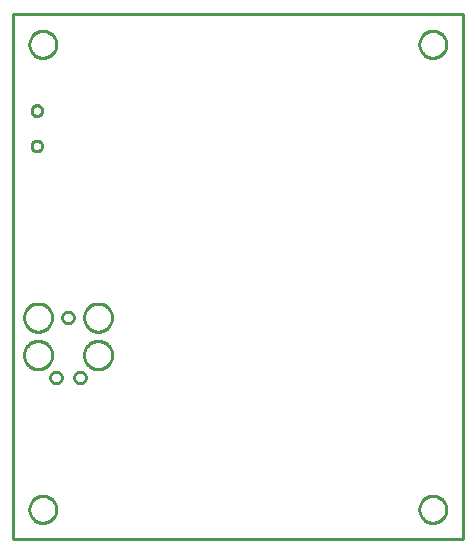
<source format=gbr>
G04 EAGLE Gerber RS-274X export*
G75*
%MOMM*%
%FSLAX34Y34*%
%LPD*%
%IN*%
%IPPOS*%
%AMOC8*
5,1,8,0,0,1.08239X$1,22.5*%
G01*
%ADD10C,0.254000*%


D10*
X0Y0D02*
X381000Y0D01*
X381000Y444500D01*
X0Y444500D01*
X0Y0D01*
X36830Y24951D02*
X36760Y24056D01*
X36619Y23168D01*
X36409Y22295D01*
X36132Y21441D01*
X35788Y20611D01*
X35380Y19811D01*
X34911Y19045D01*
X34383Y18318D01*
X33800Y17635D01*
X33165Y17000D01*
X32482Y16417D01*
X31755Y15889D01*
X30989Y15420D01*
X30189Y15012D01*
X29359Y14668D01*
X28505Y14391D01*
X27632Y14181D01*
X26745Y14040D01*
X25849Y13970D01*
X24951Y13970D01*
X24056Y14040D01*
X23168Y14181D01*
X22295Y14391D01*
X21441Y14668D01*
X20611Y15012D01*
X19811Y15420D01*
X19045Y15889D01*
X18318Y16417D01*
X17635Y17000D01*
X17000Y17635D01*
X16417Y18318D01*
X15889Y19045D01*
X15420Y19811D01*
X15012Y20611D01*
X14668Y21441D01*
X14391Y22295D01*
X14181Y23168D01*
X14040Y24056D01*
X13970Y24951D01*
X13970Y25849D01*
X14040Y26745D01*
X14181Y27632D01*
X14391Y28505D01*
X14668Y29359D01*
X15012Y30189D01*
X15420Y30989D01*
X15889Y31755D01*
X16417Y32482D01*
X17000Y33165D01*
X17635Y33800D01*
X18318Y34383D01*
X19045Y34911D01*
X19811Y35380D01*
X20611Y35788D01*
X21441Y36132D01*
X22295Y36409D01*
X23168Y36619D01*
X24056Y36760D01*
X24951Y36830D01*
X25849Y36830D01*
X26745Y36760D01*
X27632Y36619D01*
X28505Y36409D01*
X29359Y36132D01*
X30189Y35788D01*
X30989Y35380D01*
X31755Y34911D01*
X32482Y34383D01*
X33165Y33800D01*
X33800Y33165D01*
X34383Y32482D01*
X34911Y31755D01*
X35380Y30989D01*
X35788Y30189D01*
X36132Y29359D01*
X36409Y28505D01*
X36619Y27632D01*
X36760Y26745D01*
X36830Y25849D01*
X36830Y24951D01*
X367030Y24951D02*
X366960Y24056D01*
X366819Y23168D01*
X366609Y22295D01*
X366332Y21441D01*
X365988Y20611D01*
X365580Y19811D01*
X365111Y19045D01*
X364583Y18318D01*
X364000Y17635D01*
X363365Y17000D01*
X362682Y16417D01*
X361955Y15889D01*
X361189Y15420D01*
X360389Y15012D01*
X359559Y14668D01*
X358705Y14391D01*
X357832Y14181D01*
X356945Y14040D01*
X356049Y13970D01*
X355151Y13970D01*
X354256Y14040D01*
X353368Y14181D01*
X352495Y14391D01*
X351641Y14668D01*
X350811Y15012D01*
X350011Y15420D01*
X349245Y15889D01*
X348518Y16417D01*
X347835Y17000D01*
X347200Y17635D01*
X346617Y18318D01*
X346089Y19045D01*
X345620Y19811D01*
X345212Y20611D01*
X344868Y21441D01*
X344591Y22295D01*
X344381Y23168D01*
X344240Y24056D01*
X344170Y24951D01*
X344170Y25849D01*
X344240Y26745D01*
X344381Y27632D01*
X344591Y28505D01*
X344868Y29359D01*
X345212Y30189D01*
X345620Y30989D01*
X346089Y31755D01*
X346617Y32482D01*
X347200Y33165D01*
X347835Y33800D01*
X348518Y34383D01*
X349245Y34911D01*
X350011Y35380D01*
X350811Y35788D01*
X351641Y36132D01*
X352495Y36409D01*
X353368Y36619D01*
X354256Y36760D01*
X355151Y36830D01*
X356049Y36830D01*
X356945Y36760D01*
X357832Y36619D01*
X358705Y36409D01*
X359559Y36132D01*
X360389Y35788D01*
X361189Y35380D01*
X361955Y34911D01*
X362682Y34383D01*
X363365Y33800D01*
X364000Y33165D01*
X364583Y32482D01*
X365111Y31755D01*
X365580Y30989D01*
X365988Y30189D01*
X366332Y29359D01*
X366609Y28505D01*
X366819Y27632D01*
X366960Y26745D01*
X367030Y25849D01*
X367030Y24951D01*
X367030Y418651D02*
X366960Y417756D01*
X366819Y416868D01*
X366609Y415995D01*
X366332Y415141D01*
X365988Y414311D01*
X365580Y413511D01*
X365111Y412745D01*
X364583Y412018D01*
X364000Y411335D01*
X363365Y410700D01*
X362682Y410117D01*
X361955Y409589D01*
X361189Y409120D01*
X360389Y408712D01*
X359559Y408368D01*
X358705Y408091D01*
X357832Y407881D01*
X356945Y407740D01*
X356049Y407670D01*
X355151Y407670D01*
X354256Y407740D01*
X353368Y407881D01*
X352495Y408091D01*
X351641Y408368D01*
X350811Y408712D01*
X350011Y409120D01*
X349245Y409589D01*
X348518Y410117D01*
X347835Y410700D01*
X347200Y411335D01*
X346617Y412018D01*
X346089Y412745D01*
X345620Y413511D01*
X345212Y414311D01*
X344868Y415141D01*
X344591Y415995D01*
X344381Y416868D01*
X344240Y417756D01*
X344170Y418651D01*
X344170Y419549D01*
X344240Y420445D01*
X344381Y421332D01*
X344591Y422205D01*
X344868Y423059D01*
X345212Y423889D01*
X345620Y424689D01*
X346089Y425455D01*
X346617Y426182D01*
X347200Y426865D01*
X347835Y427500D01*
X348518Y428083D01*
X349245Y428611D01*
X350011Y429080D01*
X350811Y429488D01*
X351641Y429832D01*
X352495Y430109D01*
X353368Y430319D01*
X354256Y430460D01*
X355151Y430530D01*
X356049Y430530D01*
X356945Y430460D01*
X357832Y430319D01*
X358705Y430109D01*
X359559Y429832D01*
X360389Y429488D01*
X361189Y429080D01*
X361955Y428611D01*
X362682Y428083D01*
X363365Y427500D01*
X364000Y426865D01*
X364583Y426182D01*
X365111Y425455D01*
X365580Y424689D01*
X365988Y423889D01*
X366332Y423059D01*
X366609Y422205D01*
X366819Y421332D01*
X366960Y420445D01*
X367030Y419549D01*
X367030Y418651D01*
X36830Y418651D02*
X36760Y417756D01*
X36619Y416868D01*
X36409Y415995D01*
X36132Y415141D01*
X35788Y414311D01*
X35380Y413511D01*
X34911Y412745D01*
X34383Y412018D01*
X33800Y411335D01*
X33165Y410700D01*
X32482Y410117D01*
X31755Y409589D01*
X30989Y409120D01*
X30189Y408712D01*
X29359Y408368D01*
X28505Y408091D01*
X27632Y407881D01*
X26745Y407740D01*
X25849Y407670D01*
X24951Y407670D01*
X24056Y407740D01*
X23168Y407881D01*
X22295Y408091D01*
X21441Y408368D01*
X20611Y408712D01*
X19811Y409120D01*
X19045Y409589D01*
X18318Y410117D01*
X17635Y410700D01*
X17000Y411335D01*
X16417Y412018D01*
X15889Y412745D01*
X15420Y413511D01*
X15012Y414311D01*
X14668Y415141D01*
X14391Y415995D01*
X14181Y416868D01*
X14040Y417756D01*
X13970Y418651D01*
X13970Y419549D01*
X14040Y420445D01*
X14181Y421332D01*
X14391Y422205D01*
X14668Y423059D01*
X15012Y423889D01*
X15420Y424689D01*
X15889Y425455D01*
X16417Y426182D01*
X17000Y426865D01*
X17635Y427500D01*
X18318Y428083D01*
X19045Y428611D01*
X19811Y429080D01*
X20611Y429488D01*
X21441Y429832D01*
X22295Y430109D01*
X23168Y430319D01*
X24056Y430460D01*
X24951Y430530D01*
X25849Y430530D01*
X26745Y430460D01*
X27632Y430319D01*
X28505Y430109D01*
X29359Y429832D01*
X30189Y429488D01*
X30989Y429080D01*
X31755Y428611D01*
X32482Y428083D01*
X33165Y427500D01*
X33800Y426865D01*
X34383Y426182D01*
X34911Y425455D01*
X35380Y424689D01*
X35788Y423889D01*
X36132Y423059D01*
X36409Y422205D01*
X36619Y421332D01*
X36760Y420445D01*
X36830Y419549D01*
X36830Y418651D01*
X46458Y182753D02*
X45905Y182815D01*
X45363Y182939D01*
X44838Y183123D01*
X44336Y183364D01*
X43865Y183660D01*
X43430Y184007D01*
X43037Y184400D01*
X42690Y184835D01*
X42394Y185306D01*
X42153Y185808D01*
X41969Y186333D01*
X41845Y186875D01*
X41783Y187428D01*
X41783Y187984D01*
X41845Y188537D01*
X41969Y189079D01*
X42153Y189604D01*
X42394Y190106D01*
X42690Y190577D01*
X43037Y191012D01*
X43430Y191405D01*
X43865Y191752D01*
X44336Y192048D01*
X44838Y192289D01*
X45363Y192473D01*
X45905Y192597D01*
X46458Y192659D01*
X47014Y192659D01*
X47567Y192597D01*
X48109Y192473D01*
X48634Y192289D01*
X49136Y192048D01*
X49607Y191752D01*
X50042Y191405D01*
X50435Y191012D01*
X50782Y190577D01*
X51078Y190106D01*
X51319Y189604D01*
X51503Y189079D01*
X51627Y188537D01*
X51689Y187984D01*
X51689Y187428D01*
X51627Y186875D01*
X51503Y186333D01*
X51319Y185808D01*
X51078Y185306D01*
X50782Y184835D01*
X50435Y184400D01*
X50042Y184007D01*
X49607Y183660D01*
X49136Y183364D01*
X48634Y183123D01*
X48109Y182939D01*
X47567Y182815D01*
X47014Y182753D01*
X46458Y182753D01*
X56608Y131953D02*
X56055Y132015D01*
X55513Y132139D01*
X54988Y132323D01*
X54486Y132564D01*
X54015Y132860D01*
X53580Y133207D01*
X53187Y133600D01*
X52840Y134035D01*
X52544Y134506D01*
X52303Y135008D01*
X52119Y135533D01*
X51995Y136075D01*
X51933Y136628D01*
X51933Y137184D01*
X51995Y137737D01*
X52119Y138279D01*
X52303Y138804D01*
X52544Y139306D01*
X52840Y139777D01*
X53187Y140212D01*
X53580Y140605D01*
X54015Y140952D01*
X54486Y141248D01*
X54988Y141489D01*
X55513Y141673D01*
X56055Y141797D01*
X56608Y141859D01*
X57164Y141859D01*
X57717Y141797D01*
X58259Y141673D01*
X58784Y141489D01*
X59286Y141248D01*
X59757Y140952D01*
X60192Y140605D01*
X60585Y140212D01*
X60932Y139777D01*
X61228Y139306D01*
X61469Y138804D01*
X61653Y138279D01*
X61777Y137737D01*
X61839Y137184D01*
X61839Y136628D01*
X61777Y136075D01*
X61653Y135533D01*
X61469Y135008D01*
X61228Y134506D01*
X60932Y134035D01*
X60585Y133600D01*
X60192Y133207D01*
X59757Y132860D01*
X59286Y132564D01*
X58784Y132323D01*
X58259Y132139D01*
X57717Y132015D01*
X57164Y131953D01*
X56608Y131953D01*
X36308Y131953D02*
X35755Y132015D01*
X35213Y132139D01*
X34688Y132323D01*
X34186Y132564D01*
X33715Y132860D01*
X33280Y133207D01*
X32887Y133600D01*
X32540Y134035D01*
X32244Y134506D01*
X32003Y135008D01*
X31819Y135533D01*
X31695Y136075D01*
X31633Y136628D01*
X31633Y137184D01*
X31695Y137737D01*
X31819Y138279D01*
X32003Y138804D01*
X32244Y139306D01*
X32540Y139777D01*
X32887Y140212D01*
X33280Y140605D01*
X33715Y140952D01*
X34186Y141248D01*
X34688Y141489D01*
X35213Y141673D01*
X35755Y141797D01*
X36308Y141859D01*
X36864Y141859D01*
X37417Y141797D01*
X37959Y141673D01*
X38484Y141489D01*
X38986Y141248D01*
X39457Y140952D01*
X39892Y140605D01*
X40285Y140212D01*
X40632Y139777D01*
X40928Y139306D01*
X41169Y138804D01*
X41353Y138279D01*
X41477Y137737D01*
X41539Y137184D01*
X41539Y136628D01*
X41477Y136075D01*
X41353Y135533D01*
X41169Y135008D01*
X40928Y134506D01*
X40632Y134035D01*
X40285Y133600D01*
X39892Y133207D01*
X39457Y132860D01*
X38986Y132564D01*
X38484Y132323D01*
X37959Y132139D01*
X37417Y132015D01*
X36864Y131953D01*
X36308Y131953D01*
X71669Y175832D02*
X70739Y175905D01*
X69818Y176051D01*
X68910Y176269D01*
X68023Y176557D01*
X67161Y176914D01*
X66329Y177338D01*
X65534Y177825D01*
X64779Y178374D01*
X64069Y178980D01*
X63410Y179639D01*
X62804Y180349D01*
X62255Y181104D01*
X61768Y181899D01*
X61344Y182731D01*
X60987Y183593D01*
X60699Y184480D01*
X60481Y185388D01*
X60335Y186309D01*
X60262Y187239D01*
X60262Y188173D01*
X60335Y189103D01*
X60481Y190024D01*
X60699Y190932D01*
X60987Y191819D01*
X61344Y192681D01*
X61768Y193513D01*
X62255Y194308D01*
X62804Y195063D01*
X63410Y195773D01*
X64069Y196432D01*
X64779Y197038D01*
X65534Y197587D01*
X66329Y198074D01*
X67161Y198498D01*
X68023Y198855D01*
X68910Y199144D01*
X69818Y199361D01*
X70739Y199507D01*
X71669Y199581D01*
X72603Y199581D01*
X73533Y199507D01*
X74454Y199361D01*
X75362Y199144D01*
X76249Y198855D01*
X77111Y198498D01*
X77943Y198074D01*
X78738Y197587D01*
X79493Y197038D01*
X80203Y196432D01*
X80862Y195773D01*
X81468Y195063D01*
X82017Y194308D01*
X82504Y193513D01*
X82928Y192681D01*
X83285Y191819D01*
X83574Y190932D01*
X83791Y190024D01*
X83937Y189103D01*
X84011Y188173D01*
X84011Y187239D01*
X83937Y186309D01*
X83791Y185388D01*
X83574Y184480D01*
X83285Y183593D01*
X82928Y182731D01*
X82504Y181899D01*
X82017Y181104D01*
X81468Y180349D01*
X80862Y179639D01*
X80203Y178980D01*
X79493Y178374D01*
X78738Y177825D01*
X77943Y177338D01*
X77111Y176914D01*
X76249Y176557D01*
X75362Y176269D01*
X74454Y176051D01*
X73533Y175905D01*
X72603Y175832D01*
X71669Y175832D01*
X71669Y144082D02*
X70739Y144155D01*
X69818Y144301D01*
X68910Y144519D01*
X68023Y144807D01*
X67161Y145164D01*
X66329Y145588D01*
X65534Y146075D01*
X64779Y146624D01*
X64069Y147230D01*
X63410Y147889D01*
X62804Y148599D01*
X62255Y149354D01*
X61768Y150149D01*
X61344Y150981D01*
X60987Y151843D01*
X60699Y152730D01*
X60481Y153638D01*
X60335Y154559D01*
X60262Y155489D01*
X60262Y156423D01*
X60335Y157353D01*
X60481Y158274D01*
X60699Y159182D01*
X60987Y160069D01*
X61344Y160931D01*
X61768Y161763D01*
X62255Y162558D01*
X62804Y163313D01*
X63410Y164023D01*
X64069Y164682D01*
X64779Y165288D01*
X65534Y165837D01*
X66329Y166324D01*
X67161Y166748D01*
X68023Y167105D01*
X68910Y167394D01*
X69818Y167611D01*
X70739Y167757D01*
X71669Y167831D01*
X72603Y167831D01*
X73533Y167757D01*
X74454Y167611D01*
X75362Y167394D01*
X76249Y167105D01*
X77111Y166748D01*
X77943Y166324D01*
X78738Y165837D01*
X79493Y165288D01*
X80203Y164682D01*
X80862Y164023D01*
X81468Y163313D01*
X82017Y162558D01*
X82504Y161763D01*
X82928Y160931D01*
X83285Y160069D01*
X83574Y159182D01*
X83791Y158274D01*
X83937Y157353D01*
X84011Y156423D01*
X84011Y155489D01*
X83937Y154559D01*
X83791Y153638D01*
X83574Y152730D01*
X83285Y151843D01*
X82928Y150981D01*
X82504Y150149D01*
X82017Y149354D01*
X81468Y148599D01*
X80862Y147889D01*
X80203Y147230D01*
X79493Y146624D01*
X78738Y146075D01*
X77943Y145588D01*
X77111Y145164D01*
X76249Y144807D01*
X75362Y144519D01*
X74454Y144301D01*
X73533Y144155D01*
X72603Y144082D01*
X71669Y144082D01*
X20869Y144082D02*
X19939Y144155D01*
X19018Y144301D01*
X18110Y144519D01*
X17223Y144807D01*
X16361Y145164D01*
X15529Y145588D01*
X14734Y146075D01*
X13979Y146624D01*
X13269Y147230D01*
X12610Y147889D01*
X12004Y148599D01*
X11455Y149354D01*
X10968Y150149D01*
X10544Y150981D01*
X10187Y151843D01*
X9899Y152730D01*
X9681Y153638D01*
X9535Y154559D01*
X9462Y155489D01*
X9462Y156423D01*
X9535Y157353D01*
X9681Y158274D01*
X9899Y159182D01*
X10187Y160069D01*
X10544Y160931D01*
X10968Y161763D01*
X11455Y162558D01*
X12004Y163313D01*
X12610Y164023D01*
X13269Y164682D01*
X13979Y165288D01*
X14734Y165837D01*
X15529Y166324D01*
X16361Y166748D01*
X17223Y167105D01*
X18110Y167394D01*
X19018Y167611D01*
X19939Y167757D01*
X20869Y167831D01*
X21803Y167831D01*
X22733Y167757D01*
X23654Y167611D01*
X24562Y167394D01*
X25449Y167105D01*
X26311Y166748D01*
X27143Y166324D01*
X27938Y165837D01*
X28693Y165288D01*
X29403Y164682D01*
X30062Y164023D01*
X30668Y163313D01*
X31217Y162558D01*
X31704Y161763D01*
X32128Y160931D01*
X32485Y160069D01*
X32774Y159182D01*
X32991Y158274D01*
X33137Y157353D01*
X33211Y156423D01*
X33211Y155489D01*
X33137Y154559D01*
X32991Y153638D01*
X32774Y152730D01*
X32485Y151843D01*
X32128Y150981D01*
X31704Y150149D01*
X31217Y149354D01*
X30668Y148599D01*
X30062Y147889D01*
X29403Y147230D01*
X28693Y146624D01*
X27938Y146075D01*
X27143Y145588D01*
X26311Y145164D01*
X25449Y144807D01*
X24562Y144519D01*
X23654Y144301D01*
X22733Y144155D01*
X21803Y144082D01*
X20869Y144082D01*
X20869Y175832D02*
X19939Y175905D01*
X19018Y176051D01*
X18110Y176269D01*
X17223Y176557D01*
X16361Y176914D01*
X15529Y177338D01*
X14734Y177825D01*
X13979Y178374D01*
X13269Y178980D01*
X12610Y179639D01*
X12004Y180349D01*
X11455Y181104D01*
X10968Y181899D01*
X10544Y182731D01*
X10187Y183593D01*
X9899Y184480D01*
X9681Y185388D01*
X9535Y186309D01*
X9462Y187239D01*
X9462Y188173D01*
X9535Y189103D01*
X9681Y190024D01*
X9899Y190932D01*
X10187Y191819D01*
X10544Y192681D01*
X10968Y193513D01*
X11455Y194308D01*
X12004Y195063D01*
X12610Y195773D01*
X13269Y196432D01*
X13979Y197038D01*
X14734Y197587D01*
X15529Y198074D01*
X16361Y198498D01*
X17223Y198855D01*
X18110Y199144D01*
X19018Y199361D01*
X19939Y199507D01*
X20869Y199581D01*
X21803Y199581D01*
X22733Y199507D01*
X23654Y199361D01*
X24562Y199144D01*
X25449Y198855D01*
X26311Y198498D01*
X27143Y198074D01*
X27938Y197587D01*
X28693Y197038D01*
X29403Y196432D01*
X30062Y195773D01*
X30668Y195063D01*
X31217Y194308D01*
X31704Y193513D01*
X32128Y192681D01*
X32485Y191819D01*
X32774Y190932D01*
X32991Y190024D01*
X33137Y189103D01*
X33211Y188173D01*
X33211Y187239D01*
X33137Y186309D01*
X32991Y185388D01*
X32774Y184480D01*
X32485Y183593D01*
X32128Y182731D01*
X31704Y181899D01*
X31217Y181104D01*
X30668Y180349D01*
X30062Y179639D01*
X29403Y178980D01*
X28693Y178374D01*
X27938Y177825D01*
X27143Y177338D01*
X26311Y176914D01*
X25449Y176557D01*
X24562Y176269D01*
X23654Y176051D01*
X22733Y175905D01*
X21803Y175832D01*
X20869Y175832D01*
X20615Y337480D02*
X21200Y337403D01*
X21770Y337250D01*
X22315Y337025D01*
X22825Y336730D01*
X23293Y336371D01*
X23711Y335953D01*
X24070Y335485D01*
X24365Y334975D01*
X24590Y334430D01*
X24743Y333860D01*
X24820Y333275D01*
X24820Y332685D01*
X24743Y332100D01*
X24590Y331530D01*
X24365Y330985D01*
X24070Y330475D01*
X23711Y330007D01*
X23293Y329589D01*
X22825Y329230D01*
X22315Y328935D01*
X21770Y328710D01*
X21200Y328557D01*
X20615Y328480D01*
X20025Y328480D01*
X19440Y328557D01*
X18870Y328710D01*
X18325Y328935D01*
X17815Y329230D01*
X17347Y329589D01*
X16929Y330007D01*
X16570Y330475D01*
X16275Y330985D01*
X16050Y331530D01*
X15897Y332100D01*
X15820Y332685D01*
X15820Y333275D01*
X15897Y333860D01*
X16050Y334430D01*
X16275Y334975D01*
X16570Y335485D01*
X16929Y335953D01*
X17347Y336371D01*
X17815Y336730D01*
X18325Y337025D01*
X18870Y337250D01*
X19440Y337403D01*
X20025Y337480D01*
X20615Y337480D01*
X20615Y367480D02*
X21200Y367403D01*
X21770Y367250D01*
X22315Y367025D01*
X22825Y366730D01*
X23293Y366371D01*
X23711Y365953D01*
X24070Y365485D01*
X24365Y364975D01*
X24590Y364430D01*
X24743Y363860D01*
X24820Y363275D01*
X24820Y362685D01*
X24743Y362100D01*
X24590Y361530D01*
X24365Y360985D01*
X24070Y360475D01*
X23711Y360007D01*
X23293Y359589D01*
X22825Y359230D01*
X22315Y358935D01*
X21770Y358710D01*
X21200Y358557D01*
X20615Y358480D01*
X20025Y358480D01*
X19440Y358557D01*
X18870Y358710D01*
X18325Y358935D01*
X17815Y359230D01*
X17347Y359589D01*
X16929Y360007D01*
X16570Y360475D01*
X16275Y360985D01*
X16050Y361530D01*
X15897Y362100D01*
X15820Y362685D01*
X15820Y363275D01*
X15897Y363860D01*
X16050Y364430D01*
X16275Y364975D01*
X16570Y365485D01*
X16929Y365953D01*
X17347Y366371D01*
X17815Y366730D01*
X18325Y367025D01*
X18870Y367250D01*
X19440Y367403D01*
X20025Y367480D01*
X20615Y367480D01*
M02*

</source>
